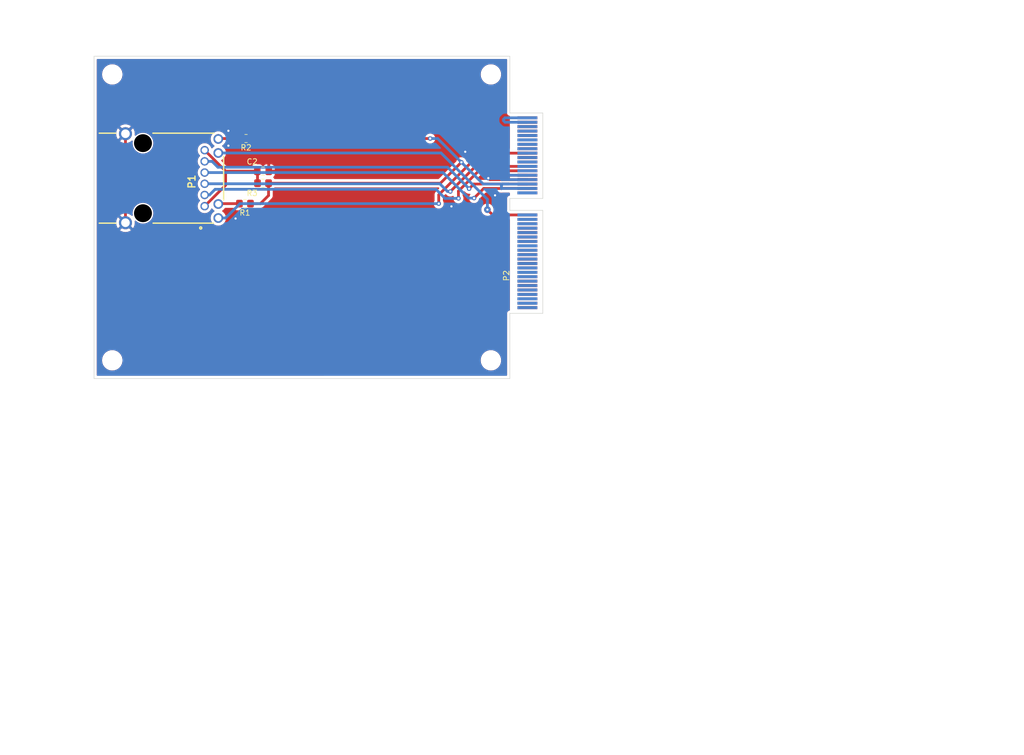
<source format=kicad_pcb>
(kicad_pcb (version 20221018) (generator pcbnew)
  (layers (0 "F.Cu" signal) (31 "B.Cu" signal) (34 "B.Paste" user) (35 "F.Paste" user) (36 "B.SilkS" user "B.Silkscreen") (37 "F.SilkS" user "F.Silkscreen") (38 "B.Mask" user) (39 "F.Mask" user) (44 "Edge.Cuts" user))
  (net 0 "")
  (net 1 "GND")
  (net 2 "Net-(C2-Pad2)")
  (net 3 "LED2")
  (net 4 "TX+")
  (net 5 "TX-")
  (net 6 "RX+")
  (net 7 "RX-")
  (net 8 "LED1")
  (net 9 "Net-(P1-D2)")
  (net 10 "Net-(P1-D4)")
  (net 56 "+3.3V")
  (net 77 "Net-(P2-Pin_78)")
  (footprint "Capacitor_SMD:C_0805_2012Metric_Pad1.18x1.45mm_HandSolder" (layer "F.Cu") (at 142.875 80.01 180)
    (fp_text reference "C2" (at 1.975 1.71 180) (layer "F.SilkS"))
    (fp_text value "1n")
    (fp_line (start -0.261252 -0.735) (end 0.261252 -0.735) (stroke (width 0.12)) (layer "F.SilkS"))
    (fp_line (start -0.261252 0.735) (end 0.261252 0.735) (stroke (width 0.12)) (layer "F.SilkS"))
    (pad "1" smd roundrect (at -1.0375 0 180) (size 1.175 1.45) (layers "F.Cu" "F.Paste" "F.Mask") (roundrect_rratio 0.2127659574) (net 1 "GND"))
    (pad "2" smd roundrect (at 1.0375 0 180) (size 1.175 1.45) (layers "F.Cu" "F.Paste" "F.Mask") (roundrect_rratio 0.2127659574) (net 2 "Net-(C2-Pad2)"))
  )
  (footprint "DSOXLAN:cardedge_40x2" (layer "F.Cu") (at 190.754 104.75)
    (fp_text reference "P2" (at -3.8 -5.8 90) (layer "F.SilkS"))
    (fp_text value "CONN_02X40" hide)
    (pad "1" connect rect (at 0 0) (size 3.6 0.55) (layers "F.Cu" "F.Mask"))
    (pad "2" connect rect (at 0 0) (size 3.6 0.55) (layers "B.Cu" "B.Mask"))
    (pad "3" connect rect (at 0 -0.8) (size 3.6 0.55) (layers "F.Cu" "F.Mask"))
    (pad "4" connect rect (at 0 -0.8) (size 3.6 0.55) (layers "B.Cu" "B.Mask"))
    (pad "5" connect rect (at 0 -1.6) (size 3.6 0.55) (layers "F.Cu" "F.Mask"))
    (pad "6" connect rect (at 0 -1.6) (size 3.6 0.55) (layers "B.Cu" "B.Mask"))
    (pad "7" connect rect (at 0 -2.4) (size 3.6 0.55) (layers "F.Cu" "F.Mask"))
    (pad "8" connect rect (at 0 -2.4) (size 3.6 0.55) (layers "B.Cu" "B.Mask"))
    (pad "9" connect rect (at 0 -3.2) (size 3.6 0.55) (layers "F.Cu" "F.Mask"))
    (pad "10" connect rect (at 0 -3.2) (size 3.6 0.55) (layers "B.Cu" "B.Mask"))
    (pad "11" connect rect (at 0 -4) (size 3.6 0.55) (layers "F.Cu" "F.Mask"))
    (pad "12" connect rect (at 0 -4) (size 3.6 0.55) (layers "B.Cu" "B.Mask"))
    (pad "13" connect rect (at 0 -4.8) (size 3.6 0.55) (layers "F.Cu" "F.Mask"))
    (pad "14" connect rect (at 0 -4.8) (size 3.6 0.55) (layers "B.Cu" "B.Mask"))
    (pad "15" connect rect (at 0 -5.6) (size 3.6 0.55) (layers "F.Cu" "F.Mask"))
    (pad "16" connect rect (at 0 -5.6) (size 3.6 0.55) (layers "B.Cu" "B.Mask"))
    (pad "17" connect rect (at 0 -6.4) (size 3.6 0.55) (layers "F.Cu" "F.Mask"))
    (pad "18" connect rect (at 0 -6.4) (size 3.6 0.55) (layers "B.Cu" "B.Mask"))
    (pad "19" connect rect (at 0 -7.2) (size 3.6 0.55) (layers "F.Cu" "F.Mask"))
    (pad "20" connect rect (at 0 -7.2) (size 3.6 0.55) (layers "B.Cu" "B.Mask"))
    (pad "21" connect rect (at 0 -8) (size 3.6 0.55) (layers "F.Cu" "F.Mask"))
    (pad "22" connect rect (at 0 -8) (size 3.6 0.55) (layers "B.Cu" "B.Mask"))
    (pad "23" connect rect (at 0 -8.8) (size 3.6 0.55) (layers "F.Cu" "F.Mask"))
    (pad "24" connect rect (at 0 -8.8) (size 3.6 0.55) (layers "B.Cu" "B.Mask"))
    (pad "25" connect rect (at 0 -9.6) (size 3.6 0.55) (layers "F.Cu" "F.Mask"))
    (pad "26" connect rect (at 0 -9.6) (size 3.6 0.55) (layers "B.Cu" "B.Mask"))
    (pad "27" connect rect (at 0 -10.4) (size 3.6 0.55) (layers "F.Cu" "F.Mask"))
    (pad "28" connect rect (at 0 -10.4) (size 3.6 0.55) (layers "B.Cu" "B.Mask"))
    (pad "29" connect rect (at 0 -11.2) (size 3.6 0.55) (layers "F.Cu" "F.Mask"))
    (pad "30" connect rect (at 0 -11.2) (size 3.6 0.55) (layers "B.Cu" "B.Mask"))
    (pad "31" connect rect (at 0 -12) (size 3.6 0.55) (layers "F.Cu" "F.Mask"))
    (pad "32" connect rect (at 0 -12) (size 3.6 0.55) (layers "B.Cu" "B.Mask"))
    (pad "33" connect rect (at 0 -12.8) (size 3.6 0.55) (layers "F.Cu" "F.Mask"))
    (pad "34" connect rect (at 0 -12.8) (size 3.6 0.55) (layers "B.Cu" "B.Mask"))
    (pad "35" connect rect (at 0 -13.6) (size 3.6 0.55) (layers "F.Cu" "F.Mask"))
    (pad "36" connect rect (at 0 -13.6) (size 3.6 0.55) (layers "B.Cu" "B.Mask"))
    (pad "37" connect rect (at 0 -14.4) (size 3.6 0.55) (layers "F.Cu" "F.Mask"))
    (pad "38" connect rect (at 0 -14.4) (size 3.6 0.55) (layers "B.Cu" "B.Mask"))
    (pad "39" connect rect (at 0 -15.2) (size 3.6 0.55) (layers "F.Cu" "F.Mask"))
    (pad "40" connect rect (at 0 -15.2) (size 3.6 0.55) (layers "B.Cu" "B.Mask"))
    (pad "41" connect rect (at 0 -16) (size 3.6 0.55) (layers "F.Cu" "F.Mask"))
    (pad "42" connect rect (at 0 -16) (size 3.6 0.55) (layers "B.Cu" "B.Mask"))
    (pad "43" connect rect (at 0 -16.8) (size 3.6 0.55) (layers "F.Cu" "F.Mask") (net 3 "LED2"))
    (pad "44" connect rect (at 0 -16.8) (size 3.6 0.55) (layers "B.Cu" "B.Mask"))
    (pad "45" connect rect (at 0 -20.8) (size 3.6 0.55) (layers "F.Cu" "F.Mask"))
    (pad "46" connect rect (at 0 -20.8) (size 3.6 0.55) (layers "B.Cu" "B.Mask"))
    (pad "47" connect rect (at 0 -21.6) (size 3.6 0.55) (layers "F.Cu" "F.Mask") (net 4 "TX+"))
    (pad "48" connect rect (at 0 -21.6) (size 3.6 0.55) (layers "B.Cu" "B.Mask") (net 56 "+3.3V"))
    (pad "49" connect rect (at 0 -22.4) (size 3.6 0.55) (layers "F.Cu" "F.Mask") (net 5 "TX-"))
    (pad "50" connect rect (at 0 -22.4) (size 3.6 0.55) (layers "B.Cu" "B.Mask") (net 56 "+3.3V"))
    (pad "51" connect rect (at 0 -23.2) (size 3.6 0.55) (layers "F.Cu" "F.Mask") (net 1 "GND"))
    (pad "52" connect rect (at 0 -23.2) (size 3.6 0.55) (layers "B.Cu" "B.Mask") (net 1 "GND"))
    (pad "53" connect rect (at 0 -24) (size 3.6 0.55) (layers "F.Cu" "F.Mask") (net 1 "GND"))
    (pad "54" connect rect (at 0 -24) (size 3.6 0.55) (layers "B.Cu" "B.Mask") (net 1 "GND"))
    (pad "55" connect rect (at 0 -24.8) (size 3.6 0.55) (layers "F.Cu" "F.Mask") (net 6 "RX+"))
    (pad "56" connect rect (at 0 -24.8) (size 3.6 0.55) (layers "B.Cu" "B.Mask"))
    (pad "57" connect rect (at 0 -25.6) (size 3.6 0.55) (layers "F.Cu" "F.Mask") (net 7 "RX-"))
    (pad "58" connect rect (at 0 -25.6) (size 3.6 0.55) (layers "B.Cu" "B.Mask"))
    (pad "59" connect rect (at 0 -26.4) (size 3.6 0.55) (layers "F.Cu" "F.Mask"))
    (pad "60" connect rect (at 0 -26.4) (size 3.6 0.55) (layers "B.Cu" "B.Mask"))
    (pad "61" connect rect (at 0 -27.2) (size 3.6 0.55) (layers "F.Cu" "F.Mask"))
    (pad "62" connect rect (at 0 -27.2) (size 3.6 0.55) (layers "B.Cu" "B.Mask"))
    (pad "63" connect rect (at 0 -28) (size 3.6 0.55) (layers "F.Cu" "F.Mask") (net 8 "LED1"))
    (pad "64" connect rect (at 0 -28) (size 3.6 0.55) (layers "B.Cu" "B.Mask"))
    (pad "65" connect rect (at 0 -28.8) (size 3.6 0.55) (layers "F.Cu" "F.Mask"))
    (pad "66" connect rect (at 0 -28.8) (size 3.6 0.55) (layers "B.Cu" "B.Mask"))
    (pad "67" connect rect (at 0 -29.6) (size 3.6 0.55) (layers "F.Cu" "F.Mask"))
    (pad "68" connect rect (at 0 -29.6) (size 3.6 0.55) (layers "B.Cu" "B.Mask"))
    (pad "69" connect rect (at 0 -30.4) (size 3.6 0.55) (layers "F.Cu" "F.Mask"))
    (pad "70" connect rect (at 0 -30.4) (size 3.6 0.55) (layers "B.Cu" "B.Mask"))
    (pad "71" connect rect (at 0 -31.2) (size 3.6 0.55) (layers "F.Cu" "F.Mask"))
    (pad "72" connect rect (at 0 -31.2) (size 3.6 0.55) (layers "B.Cu" "B.Mask"))
    (pad "73" connect rect (at 0 -32) (size 3.6 0.55) (layers "F.Cu" "F.Mask"))
    (pad "74" connect rect (at 0 -32) (size 3.6 0.55) (layers "B.Cu" "B.Mask"))
    (pad "75" connect rect (at 0 -32.8) (size 3.6 0.55) (layers "F.Cu" "F.Mask"))
    (pad "76" connect rect (at 0 -32.8) (size 3.6 0.55) (layers "B.Cu" "B.Mask"))
    (pad "77" connect rect (at 0 -33.6) (size 3.6 0.55) (layers "F.Cu" "F.Mask"))
    (pad "78" connect rect (at 0 -33.6) (size 3.6 0.55) (layers "B.Cu" "B.Mask") (net 77 "Net-(P2-Pin_78)"))
    (pad "79" connect rect (at 0 -34.4) (size 3.6 0.55) (layers "F.Cu" "F.Mask"))
    (pad "80" connect rect (at 0 -34.4) (size 3.6 0.55) (layers "B.Cu" "B.Mask") (net 77 "Net-(P2-Pin_78)"))
  )
  (footprint "Resistor_SMD:R_0805_2012Metric_Pad1.20x1.40mm_HandSolder" (layer "F.Cu") (at 139.6 85.9 180)
    (fp_text reference "R1" (at 0 -1.65 180) (layer "F.SilkS"))
    (fp_text value "470R")
    (fp_line (start -0.227064 -0.735) (end 0.227064 -0.735) (stroke (width 0.12)) (layer "F.SilkS"))
    (fp_line (start -0.227064 0.735) (end 0.227064 0.735) (stroke (width 0.12)) (layer "F.SilkS"))
    (pad "1" smd roundrect (at -1 0 180) (size 1.2 1.4) (layers "F.Cu" "F.Paste" "F.Mask") (roundrect_rratio 0.2083333333) (net 56 "+3.3V"))
    (pad "2" smd roundrect (at 1 0 180) (size 1.2 1.4) (layers "F.Cu" "F.Paste" "F.Mask") (roundrect_rratio 0.2083333333) (net 9 "Net-(P1-D2)"))
  )
  (footprint "Resistor_SMD:R_0805_2012Metric_Pad1.20x1.40mm_HandSolder" (layer "F.Cu") (at 139.8 74.1 180)
    (fp_text reference "R2" (at 0 -1.65 180) (layer "F.SilkS"))
    (fp_text value "470R")
    (fp_line (start -0.227064 -0.735) (end 0.227064 -0.735) (stroke (width 0.12)) (layer "F.SilkS"))
    (fp_line (start -0.227064 0.735) (end 0.227064 0.735) (stroke (width 0.12)) (layer "F.SilkS"))
    (pad "1" smd roundrect (at -1 0 180) (size 1.2 1.4) (layers "F.Cu" "F.Paste" "F.Mask") (roundrect_rratio 0.2083333333) (net 56 "+3.3V"))
    (pad "2" smd roundrect (at 1 0 180) (size 1.2 1.4) (layers "F.Cu" "F.Paste" "F.Mask") (roundrect_rratio 0.2083333333) (net 10 "Net-(P1-D4)"))
  )
  (footprint "Resistor_SMD:R_0805_2012Metric_Pad1.20x1.40mm_HandSolder" (layer "F.Cu") (at 142.875 82.2 180)
    (fp_text reference "R3" (at 1.975 -1.8 180) (layer "F.SilkS"))
    (fp_text value "10R")
    (fp_line (start -0.227064 -0.735) (end 0.227064 -0.735) (stroke (width 0.12)) (layer "F.SilkS"))
    (fp_line (start -0.227064 0.735) (end 0.227064 0.735) (stroke (width 0.12)) (layer "F.SilkS"))
    (pad "1" smd roundrect (at -1 0 180) (size 1.2 1.4) (layers "F.Cu" "F.Paste" "F.Mask") (roundrect_rratio 0.2083333333) (net 56 "+3.3V"))
    (pad "2" smd roundrect (at 1 0 180) (size 1.2 1.4) (layers "F.Cu" "F.Paste" "F.Mask") (roundrect_rratio 0.2083333333) (net 2 "Net-(C2-Pad2)"))
  )
  (footprint "DSOXLAN:08B0-1X1T-36-F" (layer "F.Cu") (at 110.21 89.44 90)
    (fp_text reference "P1" (at 7.52 19.765 90) (layer "F.SilkS") (effects (font (size 1.27 1.27) (thickness 0.254))))
    (fp_text value "08B0-1X1T-36-F" hide)
    (fp_line (start 0 3) (end 0 6.016) (stroke (width 0.254)) (layer "F.SilkS"))
    (fp_line (start 0 12.753) (end 0 23.713) (stroke (width 0.254)) (layer "F.SilkS"))
    (fp_line (start 4.199 25.53) (end 12.114 25.53) (stroke (width 0.254)) (layer "F.SilkS"))
    (fp_line (start 16.31 3) (end 16.31 5.981) (stroke (width 0.254)) (layer "F.SilkS"))
    (fp_line (start 16.31 12.718) (end 16.31 23.747) (stroke (width 0.254)) (layer "F.SilkS"))
    (fp_circle (center -0.87 21.381) (end -0.87 21.448) (stroke (width 0.254)) (fill none) (layer "F.SilkS"))
    (pad "" np_thru_hole circle (at 1.8 10.92 90) (size 3.25 3.25) (drill 3.25) (layers "*.Mask"))
    (pad "" np_thru_hole circle (at 14.5 10.92 90) (size 3.25 3.25) (drill 3.25) (layers "*.Mask"))
    (pad "1" thru_hole circle (at 3.08 22.09 90) (size 1.52 1.52) (drill 1.02) (layers "*.Cu" "*.Mask") (net 2 "Net-(C2-Pad2)"))
    (pad "2" thru_hole circle (at 5.11 22.09 90) (size 1.52 1.52) (drill 1.02) (layers "*.Cu" "*.Mask") (net 6 "RX+"))
    (pad "3" thru_hole circle (at 7.14 22.09 90) (size 1.52 1.52) (drill 1.02) (layers "*.Cu" "*.Mask") (net 7 "RX-"))
    (pad "4" thru_hole circle (at 9.17 22.09 90) (size 1.52 1.52) (drill 1.02) (layers "*.Cu" "*.Mask") (net 4 "TX+"))
    (pad "5" thru_hole circle (at 11.2 22.09 90) (size 1.52 1.52) (drill 1.02) (layers "*.Cu" "*.Mask") (net 5 "TX-"))
    (pad "6" thru_hole circle (at 13.23 22.09 90) (size 1.52 1.52) (drill 1.02) (layers "*.Cu" "*.Mask") (net 2 "Net-(C2-Pad2)"))
    (pad "7" thru_hole circle (at 0.93 24.56 90) (size 1.75 1.75) (drill 1.15) (layers "*.Cu" "*.Mask") (net 8 "LED1"))
    (pad "8" thru_hole circle (at 3.47 24.56 90) (size 1.75 1.75) (drill 1.15) (layers "*.Cu" "*.Mask") (net 9 "Net-(P1-D2)"))
    (pad "9" thru_hole circle (at 12.72 24.56 90) (size 1.75 1.75) (drill 1.15) (layers "*.Cu" "*.Mask") (net 3 "LED2"))
    (pad "10" thru_hole circle (at 15.26 24.56 90) (size 1.75 1.75) (drill 1.15) (layers "*.Cu" "*.Mask") (net 10 "Net-(P1-D4)"))
    (pad "13" thru_hole circle (at 16.21 7.75 90) (size 2.37 2.37) (drill 1.57) (layers "*.Cu" "*.Mask") (net 1 "GND"))
    (pad "14" thru_hole circle (at 0.08 7.75 90) (size 2.37 2.37) (drill 1.57) (layers "*.Cu" "*.Mask") (net 1 "GND"))
  )
  (footprint "MountingHole:MountingHole_3.2mm_M3_ISO7380" (layer "F.Cu") (at 115.57 114.3)
    (fp_text reference "H102" hide)
    (fp_text value "MountingHole")
    (pad "" np_thru_hole circle (at 0 0) (size 3.2 3.2) (drill 3.2) (layers "*.Cu" "*.Mask"))
  )
  (footprint "MountingHole:MountingHole_3.2mm_M3_ISO7380" (layer "F.Cu") (at 115.57 62.484)
    (fp_text reference "H101" hide)
    (fp_text value "MountingHole")
    (pad "" np_thru_hole circle (at 0 0) (size 3.2 3.2) (drill 3.2) (layers "*.Cu" "*.Mask"))
  )
  (footprint "MountingHole:MountingHole_3.2mm_M3_ISO7380" (layer "F.Cu") (at 184.15 62.484)
    (fp_text reference "H103" hide)
    (fp_text value "MountingHole")
    (pad "" np_thru_hole circle (at 0 0) (size 3.2 3.2) (drill 3.2) (layers "*.Cu" "*.Mask"))
  )
  (footprint "MountingHole:MountingHole_3.2mm_M3_ISO7380" (layer "F.Cu") (at 184.15 114.3)
    (fp_text reference "H104" hide)
    (fp_text value "MountingHole")
    (pad "" np_thru_hole circle (at 0 0) (size 3.2 3.2) (drill 3.2) (layers "*.Cu" "*.Mask"))
  )
  (footprint "Symbol:OSHW-Symbol_6.7x6mm_Copper" (layer "F.Cu") (at 149.4 112.8)
    (fp_text reference "SYM101" hide)
    (fp_text value "Logo_Open_Hardware_Small" hide)
    (fp_poly (pts (xy 0.555814 -2.531069) (xy 0.639635 -2.086445) (xy 0.94892 -1.958947) (xy 1.258206 -1.831449) (xy 1.629246 -2.083754) (xy 1.733157 -2.154004) (xy 1.827087 -2.216728) (xy 1.906652 -2.269062) (xy 1.96747 -2.308143) (xy 2.005157 -2.331107) (xy 2.015421 -2.336058) (xy 2.03391 -2.323324) (xy 2.07342 -2.288118) (xy 2.129522 -2.234938) (xy 2.197787 -2.168282) (xy 2.273786 -2.092646) (xy 2.353092 -2.012528) (xy 2.431275 -1.932426) (xy 2.503907 -1.856836) (xy 2.566559 -1.790255) (xy 2.614803 -1.737182) (xy 2.64421 -1.702113) (xy 2.651241 -1.690377) (xy 2.641123 -1.66874) (xy 2.612759 -1.621338) (xy 2.569129 -1.552807) (xy 2.513218 -1.467785) (xy 2.448006 -1.370907) (xy 2.410219 -1.31565) (xy 2.341343 -1.214752) (xy 2.28014 -1.123701) (xy 2.229578 -1.04703) (xy 2.192628 -0.989272) (xy 2.172258 -0.954957) (xy 2.169197 -0.947746) (xy 2.176136 -0.927252) (xy 2.195051 -0.879487) (xy 2.223087 -0.811168) (xy 2.257391 -0.729011) (xy 2.295109 -0.63973) (xy 2.333387 -0.550042) (xy 2.36937 -0.466662) (xy 2.400206 -0.396306) (xy 2.423039 -0.34569) (xy 2.435017 -0.321529) (xy 2.435724 -0.320578) (xy 2.454531 -0.315964) (xy 2.504618 -0.305672) (xy 2.580793 -0.290713) (xy 2.677865 -0.272099) (xy 2.790643 -0.250841) (xy 2.856442 -0.238582) (xy 2.97695 -0.215638) (xy 3.085797 -0.193805) (xy 3.177476 -0.174278) (xy 3.246481 -0.158252) (xy 3.287304 -0.146921) (xy 3.295511 -0.143326) (xy 3.303548 -0.118994) (xy 3.310033 -0.064041) (xy 3.31497 0.015108) (xy 3.318364 0.112026) (xy 3.320218 0.220287) (xy 3.320538 0.333465) (xy 3.319327 0.445135) (xy 3.31659 0.548868) (xy 3.312331 0.638241) (xy 3.306555 0.706826) (xy 3.299267 0.748197) (xy 3.294895 0.75681) (xy 3.268764 0.767133) (xy 3.213393 0.781892) (xy 3.136107 0.799352) (xy 3.04423 0.81778) (xy 3.012158 0.823741) (xy 2.857524 0.852066) (xy 2.735375 0.874876) (xy 2.641673 0.89308) (xy 2.572384 0.907583) (xy 2.523471 0.919292) (xy 2.490897 0.929115) (xy 2.470628 0.937956) (xy 2.458626 0.946724) (xy 2.456947 0.948457) (xy 2.440184 0.976371) (xy 2.414614 1.030695) (xy 2.382788 1.104777) (xy 2.34726 1.191965) (xy 2.310583 1.285608) (xy 2.275311 1.379052) (xy 2.243996 1.465647) (xy 2.219193 1.53874) (xy 2.203454 1.591678) (xy 2.199332 1.617811) (xy 2.199676 1.618726) (xy 2.213641 1.640086) (xy 2.245322 1.687084) (xy 2.291391 1.754827) (xy 2.348518 1.838423) (xy 2.413373 1.932982) (xy 2.431843 1.959854) (xy 2.497699 2.057275) (xy 2.55565 2.146163) (xy 2.602538 2.221412) (xy 2.635207 2.27792) (xy 2.6505 2.310581) (xy 2.651241 2.314593) (xy 2.638392 2.335684) (xy 2.602888 2.377464) (xy 2.549293 2.435445) (xy 2.482171 2.505135) (xy 2.406087 2.582045) (xy 2.325604 2.661683) (xy 2.245287 2.739561) (xy 2.169699 2.811186) (xy 2.103405 2.87207) (xy 2.050969 2.917721) (xy 2.016955 2.94365) (xy 2.007545 2.947883) (xy 1.985643 2.937912) (xy 1.9408 2.91102) (xy 1.880321 2.871736) (xy 1.833789 2.840117) (xy 1.749475 2.782098) (xy 1.649626 2.713784) (xy 1.549473 2.645579) (xy 1.495627 2.609075) (xy 1.313371 2.4858) (xy 1.160381 2.56852) (xy 1.090682 2.604759) (xy 1.031414 2.632926) (xy 0.991311 2.648991) (xy 0.981103 2.651226) (xy 0.968829 2.634722) (xy 0.944613 2.588082) (xy 0.910263 2.515609) (xy 0.867588 2.421606) (xy 0.818394 2.310374) (xy 0.76449 2.186215) (xy 0.707684 2.053432) (xy 0.649782 1.916327) (xy 0.592593 1.779202) (xy 0.537924 1.646358) (xy 0.487584 1.522098) (xy 0.44338 1.410725) (xy 0.407119 1.316539) (xy 0.380609 1.243844) (xy 0.365658 1.196941) (xy 0.363254 1.180833) (xy 0.382311 1.160286) (xy 0.424036 1.126933) (xy 0.479706 1.087702) (xy 0.484378 1.084599) (xy 0.628264 0.969423) (xy 0.744283 0.835053) (xy 0.83143 0.685784) (xy 0.888699 0.525913) (xy 0.915086 0.359737) (xy 0.909585 0.191552) (xy 0.87119 0.025655) (xy 0.798895 -0.133658) (xy 0.777626 -0.168513) (xy 0.666996 -0.309263) (xy 0.536302 -0.422286) (xy 0.390064 -0.506997) (xy 0.232808 -0.562806) (xy 0.069057 -0.589126) (xy -0.096667 -0.58537) (xy -0.259838 -0.55095) (xy -0.415935 -0.485277) (xy -0.560433 -0.387765) (xy -0.605131 -0.348187) (xy -0.718888 -0.224297) (xy -0.801782 -0.093876) (xy -0.858644 0.052315) (xy -0.890313 0.197088) (xy -0.898131 0.35986) (xy -0.872062 0.52344) (xy -0.814755 0.682298) (xy -0.728856 0.830906) (xy -0.617014 0.963735) (xy -0.481877 1.075256) (xy -0.464117 1.087011) (xy -0.40785 1.125508) (xy -0.365077 1.158863) (xy -0.344628 1.18016) (xy -0.344331 1.180833) (xy -0.348721 1.203871) (xy -0.366124 1.256157) (xy -0.394732 1.33339) (xy -0.432735 1.431268) (xy -0.478326 1.545491) (xy -0.529697 1.671758) (xy -0.585038 1.805767) (xy -0.642542 1.943218) (xy -0.700399 2.079808) (xy -0.756802 2.211237) (xy -0.809942 2.333205) (xy -0.85801 2.441409) (xy -0.899199 2.531549) (xy -0.931699 2.599323) (xy -0.953703 2.64043) (xy -0.962564 2.651226) (xy -0.98964 2.642819) (xy -1.040303 2.620272) (xy -1.105817 2.587613) (xy -1.141841 2.56852) (xy -1.294832 2.4858) (xy -1.477088 2.609075) (xy -1.570125 2.672228) (xy -1.671985 2.741727) (xy -1.767438 2.807165) (xy -1.81525 2.840117) (xy -1.882495 2.885273) (xy -1.939436 2.921057) (xy -1.978646 2.942938) (xy -1.991381 2.947563) (xy -2.009917 2.935085) (xy -2.050941 2.900252) (xy -2.110475 2.846678) (xy -2.184542 2.777983) (xy -2.269165 2.697781) (xy -2.322685 2.646286) (xy -2.416319 2.554286) (xy -2.497241 2.471999) (xy -2.562177 2.402945) (xy -2.607858 2.350644) (xy -2.631011 2.318616) (xy -2.633232 2.312116) (xy -2.622924 2.287394) (xy -2.594439 2.237405) (xy -2.550937 2.167212) (xy -2.495577 2.081875) (xy -2.43152 1.986456) (xy -2.413303 1.959854) (xy -2.346927 1.863167) (xy -2.287378 1.776117) (xy -2.237984 1.703595) (xy -2.202075 1.650493) (xy -2.182981 1.621703) (xy -2.181136 1.618726) (xy -2.183895 1.595782) (xy -2.198538 1.545336) (xy -2.222513 1.474041) (xy -2.253266 1.388547) (xy -2.288244 1.295507) (xy -2.324893 1.201574) (xy -2.360661 1.113399) (xy -2.392994 1.037634) (xy -2.419338 0.980931) (xy -2.437142 0.949943) (xy -2.438407 0.948457) (xy -2.449294 0.939601) (xy -2.467682 0.930843) (xy -2.497606 0.921277) (xy -2.543103 0.909996) (xy -2.608209 0.896093) (xy -2.696961 0.878663) (xy -2.813393 0.856798) (xy -2.961542 0.829591) (xy -2.993618 0.823741) (xy -3.088686 0.805374) (xy -3.171565 0.787405) (xy -3.23493 0.771569) (xy -3.271458 0.7596) (xy -3.276356 0.75681) (xy -3.284427 0.732072) (xy -3.290987 0.67679) (xy -3.296033 0.597389) (xy -3.299559 0.500296) (xy -3.301561 0.391938) (xy -3.302036 0.27874) (xy -3.300977 0.167128) (xy -3.298382 0.063529) (xy -3.294246 -0.025632) (xy -3.288563 -0.093928) (xy -3.281331 -0.134934) (xy -3.276971 -0.143326) (xy -3.252698 -0.151792) (xy -3.197426 -0.165565) (xy -3.116662 -0.18345) (xy -3.015912 -0.204252) (xy -2.900683 -0.226777) (xy -2.837902 -0.238582) (xy -2.718787 -0.260849) (xy -2.612565 -0.281021) (xy -2.524427 -0.298085) (xy -2.459566 -0.311031) (xy -2.423174 -0.318845) (xy -2.417184 -0.320578) (xy -2.407061 -0.34011) (xy -2.385662 -0.387157) (xy -2.355839 -0.454997) (xy -2.320445 -0.536909) (xy -2.282332 -0.626172) (xy -2.244353 -0.716065) (xy -2.20936 -0.799865) (xy -2.180206 -0.870853) (xy -2.159743 -0.922306) (xy -2.150823 -0.947503) (xy -2.150657 -0.948604) (xy -2.160769 -0.968481) (xy -2.189117 -1.014223) (xy -2.232723 -1.081283) (xy -2.288606 -1.165116) (xy -2.353787 -1.261174) (xy -2.391679 -1.31635) (xy -2.460725 -1.417519) (xy -2.52205 -1.50937) (xy -2.572663 -1.587256) (xy -2.609571 -1.646531) (xy -2.629782 -1.682549) (xy -2.632701 -1.690623) (xy -2.620153 -1.709416) (xy -2.585463 -1.749543) (xy -2.533063 -1.806507) (xy -2.467384 -1.875815) (xy -2.392856 -1.952969) (xy -2.313913 -2.033475) (xy -2.234983 -2.112837) (xy -2.1605 -2.18656) (xy -2.094894 -2.250148) (xy -2.042596 -2.299106) (xy -2.008039 -2.328939) (xy -1.996478 -2.336058) (xy -1.977654 -2.326047) (xy -1.932631 -2.297922) (xy -1.865787 -2.254546) (xy -1.781499 -2.198782) (xy -1.684144 -2.133494) (xy -1.610707 -2.083754) (xy -1.239667 -1.831449) (xy -0.621095 -2.086445) (xy -0.537275 -2.531069) (xy -0.453454 -2.975693) (xy 0.471994 -2.975693) (xy 0.555814 -2.531069)) (stroke (width 0.01)) (fill solid) (layer "F.Cu"))
  )
  (gr_line (start 193.548 69.469) (end 187.579 69.469) (stroke (width 0.1)) (layer "Edge.Cuts"))
  (gr_line (start 179.578 117.602) (end 187.579 117.602) (stroke (width 0.1)) (layer "Edge.Cuts"))
  (gr_line (start 187.579 105.791) (end 193.548 105.791) (stroke (width 0.1)) (layer "Edge.Cuts"))
  (gr_line (start 187.579 69.469) (end 187.579 59.182) (stroke (width 0.1)) (layer "Edge.Cuts"))
  (gr_line (start 193.548 84.963) (end 193.548 69.469) (stroke (width 0.1)) (layer "Edge.Cuts"))
  (gr_line (start 193.548 105.791) (end 193.548 87.122) (stroke (width 0.1)) (layer "Edge.Cuts"))
  (gr_line (start 187.579 117.602) (end 187.579 105.791) (stroke (width 0.1)) (layer "Edge.Cuts"))
  (gr_line (start 112.268 117.602) (end 179.578 117.602) (stroke (width 0.1)) (layer "Edge.Cuts"))
  (gr_line (start 187.579 59.182) (end 112.268 59.182) (stroke (width 0.1)) (layer "Edge.Cuts"))
  (gr_line (start 187.579 87.122) (end 187.579 84.963) (stroke (width 0.1)) (layer "Edge.Cuts"))
  (gr_line (start 193.548 87.122) (end 187.579 87.122) (stroke (width 0.1)) (layer "Edge.Cuts"))
  (gr_line (start 187.579 84.963) (end 193.548 84.963) (stroke (width 0.1)) (layer "Edge.Cuts"))
  (gr_line (start 112.268 59.182) (end 112.268 117.602) (stroke (width 0.1)) (layer "Edge.Cuts"))
  (gr_text "DIY DSOXLAN\nAW 2014-12-13\nDL8DTL 2024-05-18" (at 167.1 113) (layer "F.Cu") (effects (font (size 1.5 1.5) (thickness 0.3))))
  (segment (start 117.96 73.23) (end 121.09 70.1) (width 0.5) (layer "F.Cu") (net 1))
  (segment (start 176.4 76.5) (end 179.5 76.5) (width 0.5) (layer "F.Cu") (net 1))
  (segment (start 117.96 89.36) (end 117.96 73.23) (width 0.5) (layer "F.Cu") (net 1))
  (segment (start 183.95 81.55) (end 183.68 81.28) (width 0.5) (layer "F.Cu") (net 1))
  (segment (start 183.68 81.28) (end 184.21 80.75) (width 0.5) (layer "F.Cu") (net 1))
  (segment (start 190.754 81.55) (end 183.95 81.55) (width 0.5) (layer "F.Cu") (net 1))
  (segment (start 184.21 80.75) (end 190.754 80.75) (width 0.5) (layer "F.Cu") (net 1))
  (segment (start 173.1 70.1) (end 179.5 76.5) (width 0.5) (layer "F.Cu") (net 1))
  (segment (start 121.09 70.1) (end 173.1 70.1) (width 0.5) (layer "F.Cu") (net 1))
  (segment (start 143.9125 80.01) (end 172.89 80.01) (width 0.5) (layer "F.Cu") (net 1))
  (segment (start 172.89 80.01) (end 176.4 76.5) (width 0.5) (layer "F.Cu") (net 1))
  (via (at 136.6 72.7) (size 0.8) (drill 0.4) (layers "F.Cu" "B.Cu") (net 1))
  (via (at 183.68 81.28) (size 0.8) (drill 0.4) (layers "F.Cu" "B.Cu") (net 1))
  (via (at 184.9 84.4) (size 0.8) (drill 0.4) (layers "F.Cu" "B.Cu") (net 1))
  (via (at 179.5 76.5) (size 0.8) (drill 0.4) (layers "F.Cu" "B.Cu") (net 1))
  (via (at 136.6 75.4) (size 0.8) (drill 0.4) (layers "F.Cu" "B.Cu") (net 1))
  (via (at 177 86.4) (size 0.8) (drill 0.4) (layers "F.Cu" "B.Cu") (net 1))
  (via (at 137.9 88.6) (size 0.8) (drill 0.4) (layers "F.Cu" "B.Cu") (net 1))
  (segment (start 186.100998 81.55) (end 186.055 81.504002) (width 0.5) (layer "B.Cu") (net 1))
  (segment (start 186.055 81.504002) (end 186.055 81.28) (width 0.5) (layer "B.Cu") (net 1))
  (segment (start 186.585 80.75) (end 186.055 81.28) (width 0.5) (layer "B.Cu") (net 1))
  (segment (start 190.754 81.55) (end 186.100998 81.55) (width 0.5) (layer "B.Cu") (net 1))
  (segment (start 183.68 81.28) (end 179.5 77.1) (width 0.5) (layer "B.Cu") (net 1))
  (segment (start 186.055 81.28) (end 183.68 81.28) (width 0.5) (layer "B.Cu") (net 1))
  (segment (start 179.5 77.1) (end 179.5 76.5) (width 0.5) (layer "B.Cu") (net 1))
  (segment (start 190.754 80.75) (end 186.585 80.75) (width 0.5) (layer "B.Cu") (net 1))
  (segment (start 141.875 80.0475) (end 141.8375 80.01) (width 0.5) (layer "F.Cu") (net 2))
  (segment (start 136.1 82.56) (end 132.3 86.36) (width 0.5) (layer "F.Cu") (net 2))
  (segment (start 141.875 82.2) (end 141.875 80.0475) (width 0.5) (layer "F.Cu") (net 2))
  (segment (start 136.1 80.01) (end 132.3 76.21) (width 0.5) (layer "F.Cu") (net 2))
  (segment (start 136.1 80.01) (end 136.1 82.56) (width 0.5) (layer "F.Cu") (net 2))
  (segment (start 141.8375 80.01) (end 136.1 80.01) (width 0.5) (layer "F.Cu") (net 2))
  (segment (start 183.515 86.995) (end 184.47 87.95) (width 0.5) (layer "F.Cu") (net 3))
  (segment (start 184.47 87.95) (end 190.754 87.95) (width 0.5) (layer "F.Cu") (net 3))
  (via (at 183.515 86.995) (size 1.2) (drill 0.4) (layers "F.Cu" "B.Cu") (net 3))
  (segment (start 175.118625 76.72) (end 134.77 76.72) (width 0.5) (layer "B.Cu") (net 3))
  (segment (start 183.515 85.116375) (end 175.118625 76.72) (width 0.5) (layer "B.Cu") (net 3))
  (segment (start 183.515 86.995) (end 183.515 85.116375) (width 0.5) (layer "B.Cu") (net 3))
  (segment (start 182.85 83.15) (end 181.1 84.9) (width 0.5) (layer "F.Cu") (net 4))
  (segment (start 190.754 83.15) (end 182.85 83.15) (width 0.5) (layer "F.Cu") (net 4))
  (via (at 181.1 84.9) (size 0.8) (drill 0.4) (layers "F.Cu" "B.Cu") (net 4))
  (segment (start 180.1 84.9) (end 181.1 84.9) (width 0.5) (layer "B.Cu") (net 4))
  (segment (start 132.3 80.27) (end 175.47 80.27) (width 0.5) (layer "B.Cu") (net 4))
  (segment (start 175.47 80.27) (end 180.1 84.9) (width 0.5) (layer "B.Cu") (net 4))
  (segment (start 190.754 82.35) (end 181.048494 82.35) (width 0.5) (layer "F.Cu") (net 5))
  (segment (start 181.048494 82.35) (end 180.2 83.198494) (width 0.5) (layer "F.Cu") (net 5))
  (via (at 180.2 83.198494) (size 0.8) (drill 0.4) (layers "F.Cu" "B.Cu") (net 5))
  (segment (start 134.7 79.3) (end 176.301506 79.3) (width 0.5) (layer "B.Cu") (net 5))
  (segment (start 132.3 78.24) (end 133.64 78.24) (width 0.5) (layer "B.Cu") (net 5))
  (segment (start 176.301506 79.3) (end 180.2 83.198494) (width 0.5) (layer "B.Cu") (net 5))
  (segment (start 133.64 78.24) (end 134.7 79.3) (width 0.5) (layer "B.Cu") (net 5))
  (segment (start 181.95 79.95) (end 178.270792 83.629208) (width 0.5) (layer "F.Cu") (net 6))
  (segment (start 178.270792 83.629208) (end 178.270792 84.9495) (width 0.5) (layer "F.Cu") (net 6))
  (segment (start 190.754 79.95) (end 181.95 79.95) (width 0.5) (layer "F.Cu") (net 6))
  (via (at 178.270792 84.9495) (size 0.8) (drill 0.4) (layers "F.Cu" "B.Cu") (net 6))
  (segment (start 134.2 83.3) (end 174.2 83.3) (width 0.5) (layer "B.Cu") (net 6))
  (segment (start 133.17 84.33) (end 134.2 83.3) (width 0.5) (layer "B.Cu") (net 6))
  (segment (start 174.2 83.3) (end 175.8495 84.9495) (width 0.5) (layer "B.Cu") (net 6))
  (segment (start 175.8495 84.9495) (end 178.270792 84.9495) (width 0.5) (layer "B.Cu") (net 6))
  (segment (start 132.3 84.33) (end 133.17 84.33) (width 0.5) (layer "B.Cu") (net 6))
  (segment (start 190.754 79.15) (end 181.35 79.15) (width 0.5) (layer "F.Cu") (net 7))
  (segment (start 181.35 79.15) (end 176.8 83.7) (width 0.5) (layer "F.Cu") (net 7))
  (via (at 176.8 83.7) (size 0.8) (drill 0.4) (layers "F.Cu" "B.Cu") (net 7))
  (segment (start 176.3 83.7) (end 176.8 83.7) (width 0.5) (layer "B.Cu") (net 7))
  (segment (start 174.9 82.3) (end 176.3 83.7) (width 0.5) (layer "B.Cu") (net 7))
  (segment (start 132.3 82.3) (end 174.9 82.3) (width 0.5) (layer "B.Cu") (net 7))
  (segment (start 174.7 84.3) (end 182.25 76.75) (width 0.5) (layer "F.Cu") (net 8))
  (segment (start 174.7 85.9) (end 174.7 84.3) (width 0.5) (layer "F.Cu") (net 8))
  (segment (start 182.25 76.75) (end 190.754 76.75) (width 0.5) (layer "F.Cu") (net 8))
  (via (at 174.7 85.9) (size 0.8) (drill 0.4) (layers "F.Cu" "B.Cu") (net 8))
  (segment (start 174.7 85.9) (end 138.7 85.9) (width 0.5) (layer "B.Cu") (net 8))
  (segment (start 138.7 85.9) (end 136.09 88.51) (width 0.5) (layer "B.Cu") (net 8))
  (segment (start 136.09 88.51) (end 134.77 88.51) (width 0.5) (layer "B.Cu") (net 8))
  (segment (start 134.84 85.9) (end 134.77 85.97) (width 0.5) (layer "F.Cu") (net 9))
  (segment (start 138.6 85.9) (end 134.84 85.9) (width 0.5) (layer "F.Cu") (net 9))
  (segment (start 134.85 74.1) (end 134.77 74.18) (width 0.5) (layer "F.Cu") (net 10))
  (segment (start 138.8 74.1) (end 134.85 74.1) (width 0.5) (layer "F.Cu") (net 10))
  (segment (start 142.4 85.9) (end 140.6 85.9) (width 0.5) (layer "F.Cu") (net 56))
  (segment (start 143.875 82.2) (end 143.875 84.425) (width 0.5) (layer "F.Cu") (net 56))
  (segment (start 143.875 82.2) (end 175 82.2) (width 0.5) (layer "F.Cu") (net 56))
  (segment (start 140.8 74.1) (end 173.16 74.1) (width 0.5) (layer "F.Cu") (net 56))
  (segment (start 175 82.2) (end 178.8 78.4) (width 0.5) (layer "F.Cu") (net 56))
  (segment (start 143.875 84.425) (end 142.4 85.9) (width 0.5) (layer "F.Cu") (net 56))
  (via (at 173.16 74.1) (size 0.8) (drill 0.4) (layers "F.Cu" "B.Cu") (net 56))
  (via (at 178.8 78.4) (size 0.8) (drill 0.4) (layers "F.Cu" "B.Cu") (net 56))
  (segment (start 186.255 82.35) (end 186.055 82.55) (width 0.5) (layer "B.Cu") (net 56))
  (segment (start 186.055 82.55) (end 186.055 83.185) (width 0.5) (layer "B.Cu") (net 56))
  (segment (start 186.055 83.185) (end 186.09 83.15) (width 0.5) (layer "B.Cu") (net 56))
  (segment (start 186.09 83.15) (end 190.754 83.15) (width 0.5) (layer "B.Cu") (net 56))
  (segment (start 187.325 82.35) (end 186.255 82.35) (width 0.5) (layer "B.Cu") (net 56))
  (segment (start 182.75 82.35) (end 178.8 78.4) (width 0.5) (layer "B.Cu") (net 56))
  (segment (start 173.16 74.1) (end 174.5 74.1) (width 0.5) (layer "B.Cu") (net 56))
  (segment (start 187.325 82.35) (end 182.75 82.35) (width 0.5) (layer "B.Cu") (net 56))
  (segment (start 174.5 74.1) (end 178.8 78.4) (width 0.5) (layer "B.Cu") (net 56))
  (segment (start 190.754 82.35) (end 187.325 82.35) (width 0.5) (layer "B.Cu") (net 56))
  (segment (start 186.72 71.15) (end 186.436 70.866) (width 0.5) (layer "B.Cu") (net 77))
  (segment (start 186.436 70.866) (end 186.436 70.612) (width 0.5) (layer "B.Cu") (net 77))
  (segment (start 186.436 70.612) (end 186.698 70.35) (width 0.5) (layer "B.Cu") (net 77))
  (segment (start 186.698 70.35) (end 190.754 70.35) (width 0.5) (layer "B.Cu") (net 77))
  (segment (start 190.754 71.15) (end 186.72 71.15) (width 0.5) (layer "B.Cu") (net 77))
  (zone (net 1) (net_name "GND") (layer "F.Cu") (connect_pads (clearance 0.508)) (min_thickness 0.254) (fill yes (thermal_gap 0.508) (thermal_bridge_width 0.508))
    (polygon (pts (xy 112.268 117.602) (xy 187.579 117.602) (xy 187.579 59.182) (xy 112.268 59.182) (xy 112.268 59.436)))
  )
  (zone (net 0) (net_name "") (layer "F.Cu") (connect_pads (clearance 0)) (min_thickness 0.25)
    (keepout (tracks allowed) (vias allowed) (pads allowed) (copperpour not_allowed) (footprints allowed))
    (fill (thermal_gap 0.5) (thermal_bridge_width 0.5))
    (polygon (pts (xy 145.6 109.2) (xy 153.3 109.2) (xy 153.3 116.3) (xy 145.6 116.3)))
  )
  (zone (net 1) (net_name "GND") (layer "B.Cu") (connect_pads (clearance 0.508)) (min_thickness 0.254) (fill yes (thermal_gap 0.508) (thermal_bridge_width 0.508))
    (polygon (pts (xy 112.268 117.602) (xy 187.579 117.602) (xy 187.579 59.182) (xy 112.268 59.182) (xy 112.268 59.563)))
  )
)
</source>
